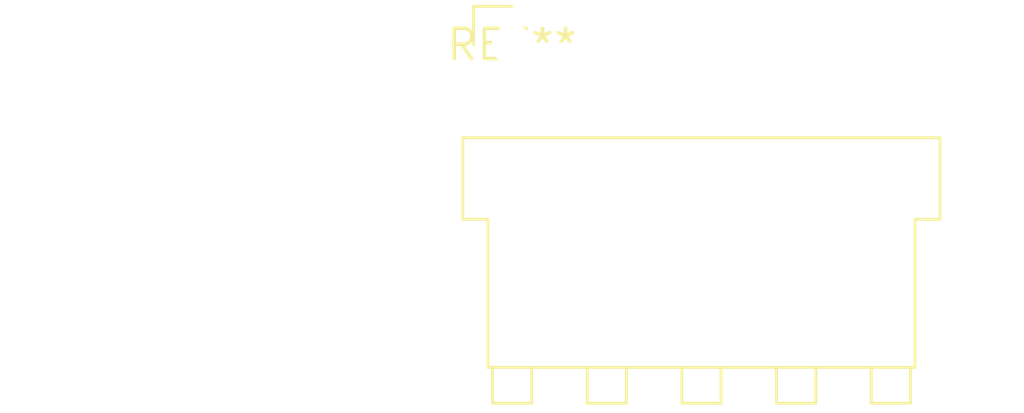
<source format=kicad_pcb>
(kicad_pcb (version 20240108) (generator pcbnew)
  (layers (0 "F.Cu" signal) (31 "B.Cu" signal) (34 "B.Paste" user) (35 "F.Paste" user) (36 "B.SilkS" user "B.Silkscreen") (37 "F.SilkS" user "F.Silkscreen") (38 "B.Mask" user) (39 "F.Mask" user) (44 "Edge.Cuts" user))
  (net 0 "")
  (footprint "JST_VH_B5PS-VH_1x05_P3.96mm_Horizontal" (layer "F.Cu") (at 0 0)
    (property "Reference" "REF**")
    (property "Value" "JST_VH_B5PS-VH_1x05_P3.96mm_Horizontal")
    (fp_line (start -2.06 3.89) (end 17.9 3.89) (layer "F.SilkS") (stroke (width 0.12)))
    (fp_line (start -2.06 7.31) (end -2.06 3.89) (layer "F.SilkS") (stroke (width 0.12)))
    (fp_line (start -1.61 -1.61) (end -1.61 0) (layer "F.SilkS") (stroke (width 0.12)))
    (fp_line (start -1.01 7.31) (end -2.06 7.31) (layer "F.SilkS") (stroke (width 0.12)))
    (fp_line (start -1.01 13.51) (end -1.01 7.31) (layer "F.SilkS") (stroke (width 0.12)))
    (fp_line (start -0.82 13.51) (end -0.82 15.01) (layer "F.SilkS") (stroke (width 0.12)))
    (fp_line (start -0.82 15.01) (end 0.82 15.01) (layer "F.SilkS") (stroke (width 0.12)))
    (fp_line (start 0 -1.61) (end -1.61 -1.61) (layer "F.SilkS") (stroke (width 0.12)))
    (fp_line (start 0.82 15.01) (end 0.82 13.51) (layer "F.SilkS") (stroke (width 0.12)))
    (fp_line (start 3.14 13.51) (end 3.14 15.01) (layer "F.SilkS") (stroke (width 0.12)))
    (fp_line (start 3.14 15.01) (end 4.78 15.01) (layer "F.SilkS") (stroke (width 0.12)))
    (fp_line (start 4.78 15.01) (end 4.78 13.51) (layer "F.SilkS") (stroke (width 0.12)))
    (fp_line (start 7.1 13.51) (end 7.1 15.01) (layer "F.SilkS") (stroke (width 0.12)))
    (fp_line (start 7.1 15.01) (end 8.74 15.01) (layer "F.SilkS") (stroke (width 0.12)))
    (fp_line (start 8.74 15.01) (end 8.74 13.51) (layer "F.SilkS") (stroke (width 0.12)))
    (fp_line (start 11.06 13.51) (end 11.06 15.01) (layer "F.SilkS") (stroke (width 0.12)))
    (fp_line (start 11.06 15.01) (end 12.7 15.01) (layer "F.SilkS") (stroke (width 0.12)))
    (fp_line (start 12.7 15.01) (end 12.7 13.51) (layer "F.SilkS") (stroke (width 0.12)))
    (fp_line (start 15.02 13.51) (end 15.02 15.01) (layer "F.SilkS") (stroke (width 0.12)))
    (fp_line (start 15.02 15.01) (end 16.66 15.01) (layer "F.SilkS") (stroke (width 0.12)))
    (fp_line (start 16.66 15.01) (end 16.66 13.51) (layer "F.SilkS") (stroke (width 0.12)))
    (fp_line (start 16.85 7.31) (end 16.85 13.51) (layer "F.SilkS") (stroke (width 0.12)))
    (fp_line (start 16.85 13.51) (end -1.01 13.51) (layer "F.SilkS") (stroke (width 0.12)))
    (fp_line (start 17.9 3.89) (end 17.9 7.31) (layer "F.SilkS") (stroke (width 0.12)))
    (fp_line (start 17.9 7.31) (end 16.85 7.31) (layer "F.SilkS") (stroke (width 0.12)))
    (pad "1" thru_hole roundrect (at 0 0) (size 2.7 2.7) (drill 1.7) (layers *.Cu *.Mask) (remove_unused_layers) (roundrect_rratio 0.092593))
    (pad "2" thru_hole circle (at 3.96 0) (size 2.7 2.7) (drill 1.7) (layers *.Cu *.Mask) (remove_unused_layers))
    (pad "3" thru_hole circle (at 7.92 0) (size 2.7 2.7) (drill 1.7) (layers *.Cu *.Mask) (remove_unused_layers))
    (pad "4" thru_hole circle (at 11.88 0) (size 2.7 2.7) (drill 1.7) (layers *.Cu *.Mask) (remove_unused_layers))
    (pad "5" thru_hole circle (at 15.84 0) (size 2.7 2.7) (drill 1.7) (layers *.Cu *.Mask) (remove_unused_layers))
  )
)
</source>
